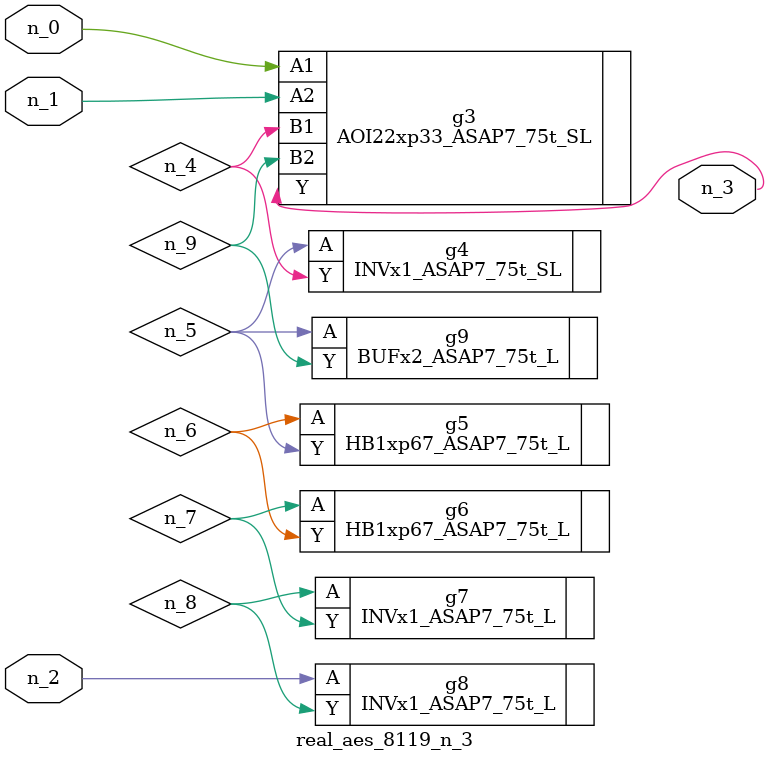
<source format=v>
module real_aes_8119_n_3 (n_0, n_2, n_1, n_3);
input n_0;
input n_2;
input n_1;
output n_3;
wire n_4;
wire n_5;
wire n_7;
wire n_9;
wire n_6;
wire n_8;
AOI22xp33_ASAP7_75t_SL g3 ( .A1(n_0), .A2(n_1), .B1(n_4), .B2(n_9), .Y(n_3) );
INVx1_ASAP7_75t_L g8 ( .A(n_2), .Y(n_8) );
INVx1_ASAP7_75t_SL g4 ( .A(n_5), .Y(n_4) );
BUFx2_ASAP7_75t_L g9 ( .A(n_5), .Y(n_9) );
HB1xp67_ASAP7_75t_L g5 ( .A(n_6), .Y(n_5) );
HB1xp67_ASAP7_75t_L g6 ( .A(n_7), .Y(n_6) );
INVx1_ASAP7_75t_L g7 ( .A(n_8), .Y(n_7) );
endmodule
</source>
